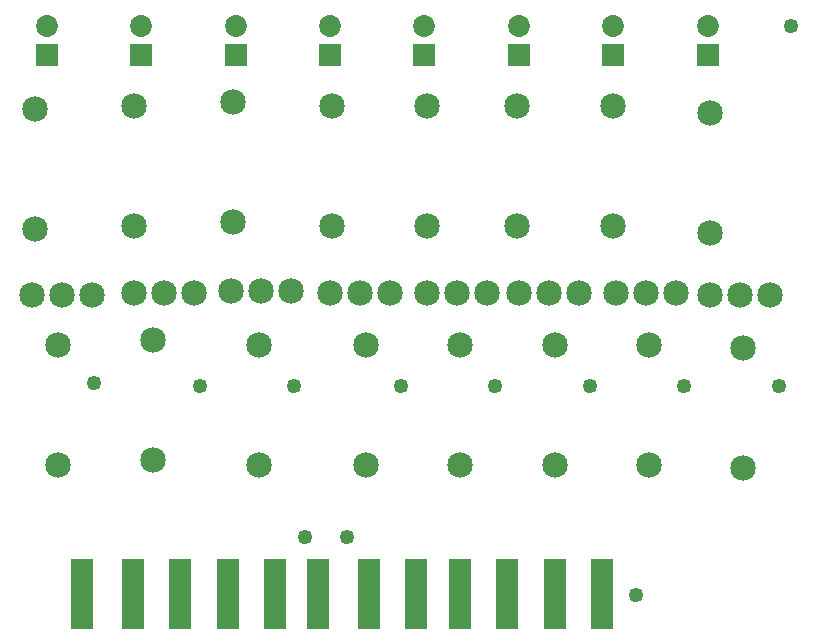
<source format=gbs>
G04 MADE WITH FRITZING*
G04 WWW.FRITZING.ORG*
G04 DOUBLE SIDED*
G04 HOLES PLATED*
G04 CONTOUR ON CENTER OF CONTOUR VECTOR*
%ASAXBY*%
%FSLAX23Y23*%
%MOIN*%
%OFA0B0*%
%SFA1.0B1.0*%
%ADD10C,0.049370*%
%ADD11C,0.085000*%
%ADD12C,0.072992*%
%ADD13R,0.076097X0.233103*%
%ADD14R,0.072992X0.072992*%
%LNMASK0*%
G90*
G70*
G54D10*
X2239Y127D03*
G54D11*
X2685Y1128D03*
X2585Y1128D03*
X2485Y1128D03*
X2370Y1136D03*
X2270Y1136D03*
X2170Y1136D03*
X2047Y1136D03*
X1947Y1136D03*
X1847Y1136D03*
X1740Y1136D03*
X1640Y1136D03*
X1540Y1136D03*
X1417Y1136D03*
X1317Y1136D03*
X1217Y1136D03*
X1087Y1143D03*
X987Y1143D03*
X887Y1143D03*
X764Y1136D03*
X664Y1136D03*
X564Y1136D03*
X425Y1128D03*
X325Y1128D03*
X225Y1128D03*
X233Y1750D03*
X233Y1350D03*
X2485Y1734D03*
X2485Y1334D03*
X2162Y1758D03*
X2162Y1358D03*
X1840Y1758D03*
X1840Y1358D03*
X1540Y1758D03*
X1540Y1358D03*
X1225Y1758D03*
X1225Y1358D03*
X895Y1773D03*
X895Y1373D03*
X564Y1758D03*
X564Y1358D03*
X2595Y953D03*
X2595Y553D03*
X2280Y962D03*
X2280Y562D03*
X1966Y962D03*
X1966Y562D03*
X1651Y962D03*
X1651Y562D03*
X1336Y962D03*
X1336Y562D03*
X981Y962D03*
X981Y562D03*
X627Y978D03*
X627Y578D03*
X312Y962D03*
X312Y562D03*
G54D12*
X2477Y1927D03*
X2477Y2025D03*
X2162Y1927D03*
X2162Y2025D03*
X1847Y1927D03*
X1847Y2025D03*
X1532Y1927D03*
X1532Y2025D03*
X1217Y1927D03*
X1217Y2025D03*
X903Y1927D03*
X903Y2025D03*
X588Y1927D03*
X588Y2025D03*
X273Y1927D03*
X273Y2025D03*
G54D10*
X2753Y2025D03*
X430Y836D03*
X784Y826D03*
X1099Y826D03*
X1454Y826D03*
X1769Y826D03*
X2084Y826D03*
X2399Y826D03*
X2714Y826D03*
X1133Y323D03*
X1273Y323D03*
G54D13*
X2124Y133D03*
X561Y133D03*
X1967Y133D03*
X1809Y133D03*
X1652Y133D03*
X1505Y133D03*
X1348Y133D03*
X1179Y133D03*
X1033Y133D03*
X876Y133D03*
X718Y133D03*
X392Y133D03*
G54D14*
X2477Y1927D03*
X2162Y1927D03*
X1847Y1927D03*
X1532Y1927D03*
X1217Y1927D03*
X903Y1927D03*
X588Y1927D03*
X273Y1927D03*
G04 End of Mask0*
M02*
</source>
